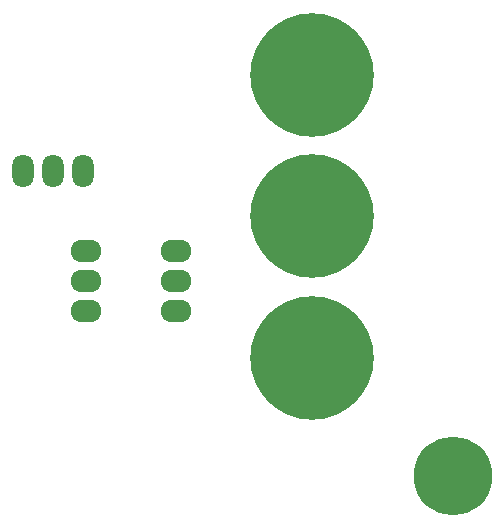
<source format=gbs>
G04 #@! TF.FileFunction,Soldermask,Bot*
%FSLAX46Y46*%
G04 Gerber Fmt 4.6, Leading zero omitted, Abs format (unit mm)*
G04 Created by KiCad (PCBNEW 4.0.1-stable) date 3/5/2016 3:38:05 PM*
%MOMM*%
G01*
G04 APERTURE LIST*
%ADD10C,0.150000*%
%ADD11O,1.805940X2.804160*%
%ADD12O,2.604800X1.904800*%
%ADD13C,10.464800*%
%ADD14C,6.654800*%
G04 APERTURE END LIST*
D10*
D11*
X21082000Y-20193000D03*
X18542000Y-20193000D03*
X23622000Y-20193000D03*
D12*
X23876000Y-26924000D03*
X23876000Y-29464000D03*
X23876000Y-32004000D03*
X31496000Y-32004000D03*
X31496000Y-29464000D03*
X31496000Y-26924000D03*
D13*
X43000000Y-36000000D03*
X43000000Y-12000000D03*
X43000000Y-24000000D03*
D14*
X55000000Y-46000000D03*
M02*

</source>
